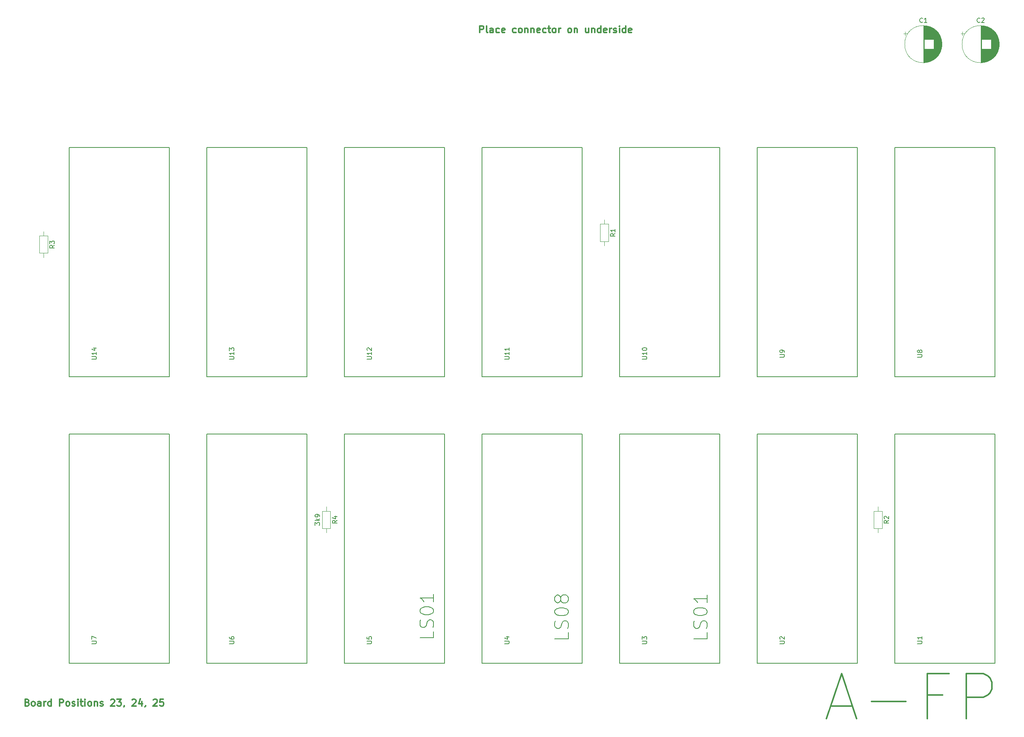
<source format=gbr>
G04 #@! TF.GenerationSoftware,KiCad,Pcbnew,(5.0.0)*
G04 #@! TF.CreationDate,2019-11-22T19:44:57+00:00*
G04 #@! TF.ProjectId,A-FP,412D46502E6B696361645F7063620000,rev?*
G04 #@! TF.SameCoordinates,Original*
G04 #@! TF.FileFunction,Legend,Top*
G04 #@! TF.FilePolarity,Positive*
%FSLAX46Y46*%
G04 Gerber Fmt 4.6, Leading zero omitted, Abs format (unit mm)*
G04 Created by KiCad (PCBNEW (5.0.0)) date 11/22/19 19:44:57*
%MOMM*%
%LPD*%
G01*
G04 APERTURE LIST*
%ADD10C,0.300000*%
%ADD11C,0.120000*%
%ADD12C,0.150000*%
G04 APERTURE END LIST*
D10*
X209342857Y-179666666D02*
X214104761Y-179666666D01*
X208390476Y-182523809D02*
X211723809Y-172523809D01*
X215057142Y-182523809D01*
X218390476Y-178714285D02*
X226009523Y-178714285D01*
X234104761Y-177285714D02*
X230771428Y-177285714D01*
X230771428Y-182523809D02*
X230771428Y-172523809D01*
X235533333Y-172523809D01*
X239342857Y-182523809D02*
X239342857Y-172523809D01*
X243152380Y-172523809D01*
X244104761Y-173000000D01*
X244580952Y-173476190D01*
X245057142Y-174428571D01*
X245057142Y-175857142D01*
X244580952Y-176809523D01*
X244104761Y-177285714D01*
X243152380Y-177761904D01*
X239342857Y-177761904D01*
X31378571Y-178892857D02*
X31592857Y-178964285D01*
X31664285Y-179035714D01*
X31735714Y-179178571D01*
X31735714Y-179392857D01*
X31664285Y-179535714D01*
X31592857Y-179607142D01*
X31450000Y-179678571D01*
X30878571Y-179678571D01*
X30878571Y-178178571D01*
X31378571Y-178178571D01*
X31521428Y-178250000D01*
X31592857Y-178321428D01*
X31664285Y-178464285D01*
X31664285Y-178607142D01*
X31592857Y-178750000D01*
X31521428Y-178821428D01*
X31378571Y-178892857D01*
X30878571Y-178892857D01*
X32592857Y-179678571D02*
X32450000Y-179607142D01*
X32378571Y-179535714D01*
X32307142Y-179392857D01*
X32307142Y-178964285D01*
X32378571Y-178821428D01*
X32450000Y-178750000D01*
X32592857Y-178678571D01*
X32807142Y-178678571D01*
X32950000Y-178750000D01*
X33021428Y-178821428D01*
X33092857Y-178964285D01*
X33092857Y-179392857D01*
X33021428Y-179535714D01*
X32950000Y-179607142D01*
X32807142Y-179678571D01*
X32592857Y-179678571D01*
X34378571Y-179678571D02*
X34378571Y-178892857D01*
X34307142Y-178750000D01*
X34164285Y-178678571D01*
X33878571Y-178678571D01*
X33735714Y-178750000D01*
X34378571Y-179607142D02*
X34235714Y-179678571D01*
X33878571Y-179678571D01*
X33735714Y-179607142D01*
X33664285Y-179464285D01*
X33664285Y-179321428D01*
X33735714Y-179178571D01*
X33878571Y-179107142D01*
X34235714Y-179107142D01*
X34378571Y-179035714D01*
X35092857Y-179678571D02*
X35092857Y-178678571D01*
X35092857Y-178964285D02*
X35164285Y-178821428D01*
X35235714Y-178750000D01*
X35378571Y-178678571D01*
X35521428Y-178678571D01*
X36664285Y-179678571D02*
X36664285Y-178178571D01*
X36664285Y-179607142D02*
X36521428Y-179678571D01*
X36235714Y-179678571D01*
X36092857Y-179607142D01*
X36021428Y-179535714D01*
X35950000Y-179392857D01*
X35950000Y-178964285D01*
X36021428Y-178821428D01*
X36092857Y-178750000D01*
X36235714Y-178678571D01*
X36521428Y-178678571D01*
X36664285Y-178750000D01*
X38521428Y-179678571D02*
X38521428Y-178178571D01*
X39092857Y-178178571D01*
X39235714Y-178250000D01*
X39307142Y-178321428D01*
X39378571Y-178464285D01*
X39378571Y-178678571D01*
X39307142Y-178821428D01*
X39235714Y-178892857D01*
X39092857Y-178964285D01*
X38521428Y-178964285D01*
X40235714Y-179678571D02*
X40092857Y-179607142D01*
X40021428Y-179535714D01*
X39950000Y-179392857D01*
X39950000Y-178964285D01*
X40021428Y-178821428D01*
X40092857Y-178750000D01*
X40235714Y-178678571D01*
X40450000Y-178678571D01*
X40592857Y-178750000D01*
X40664285Y-178821428D01*
X40735714Y-178964285D01*
X40735714Y-179392857D01*
X40664285Y-179535714D01*
X40592857Y-179607142D01*
X40450000Y-179678571D01*
X40235714Y-179678571D01*
X41307142Y-179607142D02*
X41450000Y-179678571D01*
X41735714Y-179678571D01*
X41878571Y-179607142D01*
X41950000Y-179464285D01*
X41950000Y-179392857D01*
X41878571Y-179250000D01*
X41735714Y-179178571D01*
X41521428Y-179178571D01*
X41378571Y-179107142D01*
X41307142Y-178964285D01*
X41307142Y-178892857D01*
X41378571Y-178750000D01*
X41521428Y-178678571D01*
X41735714Y-178678571D01*
X41878571Y-178750000D01*
X42592857Y-179678571D02*
X42592857Y-178678571D01*
X42592857Y-178178571D02*
X42521428Y-178250000D01*
X42592857Y-178321428D01*
X42664285Y-178250000D01*
X42592857Y-178178571D01*
X42592857Y-178321428D01*
X43092857Y-178678571D02*
X43664285Y-178678571D01*
X43307142Y-178178571D02*
X43307142Y-179464285D01*
X43378571Y-179607142D01*
X43521428Y-179678571D01*
X43664285Y-179678571D01*
X44164285Y-179678571D02*
X44164285Y-178678571D01*
X44164285Y-178178571D02*
X44092857Y-178250000D01*
X44164285Y-178321428D01*
X44235714Y-178250000D01*
X44164285Y-178178571D01*
X44164285Y-178321428D01*
X45092857Y-179678571D02*
X44950000Y-179607142D01*
X44878571Y-179535714D01*
X44807142Y-179392857D01*
X44807142Y-178964285D01*
X44878571Y-178821428D01*
X44950000Y-178750000D01*
X45092857Y-178678571D01*
X45307142Y-178678571D01*
X45450000Y-178750000D01*
X45521428Y-178821428D01*
X45592857Y-178964285D01*
X45592857Y-179392857D01*
X45521428Y-179535714D01*
X45450000Y-179607142D01*
X45307142Y-179678571D01*
X45092857Y-179678571D01*
X46235714Y-178678571D02*
X46235714Y-179678571D01*
X46235714Y-178821428D02*
X46307142Y-178750000D01*
X46450000Y-178678571D01*
X46664285Y-178678571D01*
X46807142Y-178750000D01*
X46878571Y-178892857D01*
X46878571Y-179678571D01*
X47521428Y-179607142D02*
X47664285Y-179678571D01*
X47950000Y-179678571D01*
X48092857Y-179607142D01*
X48164285Y-179464285D01*
X48164285Y-179392857D01*
X48092857Y-179250000D01*
X47950000Y-179178571D01*
X47735714Y-179178571D01*
X47592857Y-179107142D01*
X47521428Y-178964285D01*
X47521428Y-178892857D01*
X47592857Y-178750000D01*
X47735714Y-178678571D01*
X47950000Y-178678571D01*
X48092857Y-178750000D01*
X49878571Y-178321428D02*
X49950000Y-178250000D01*
X50092857Y-178178571D01*
X50450000Y-178178571D01*
X50592857Y-178250000D01*
X50664285Y-178321428D01*
X50735714Y-178464285D01*
X50735714Y-178607142D01*
X50664285Y-178821428D01*
X49807142Y-179678571D01*
X50735714Y-179678571D01*
X51235714Y-178178571D02*
X52164285Y-178178571D01*
X51664285Y-178750000D01*
X51878571Y-178750000D01*
X52021428Y-178821428D01*
X52092857Y-178892857D01*
X52164285Y-179035714D01*
X52164285Y-179392857D01*
X52092857Y-179535714D01*
X52021428Y-179607142D01*
X51878571Y-179678571D01*
X51450000Y-179678571D01*
X51307142Y-179607142D01*
X51235714Y-179535714D01*
X52878571Y-179607142D02*
X52878571Y-179678571D01*
X52807142Y-179821428D01*
X52735714Y-179892857D01*
X54592857Y-178321428D02*
X54664285Y-178250000D01*
X54807142Y-178178571D01*
X55164285Y-178178571D01*
X55307142Y-178250000D01*
X55378571Y-178321428D01*
X55449999Y-178464285D01*
X55449999Y-178607142D01*
X55378571Y-178821428D01*
X54521428Y-179678571D01*
X55449999Y-179678571D01*
X56735714Y-178678571D02*
X56735714Y-179678571D01*
X56378571Y-178107142D02*
X56021428Y-179178571D01*
X56949999Y-179178571D01*
X57592857Y-179607142D02*
X57592857Y-179678571D01*
X57521428Y-179821428D01*
X57450000Y-179892857D01*
X59307142Y-178321428D02*
X59378571Y-178250000D01*
X59521428Y-178178571D01*
X59878571Y-178178571D01*
X60021428Y-178250000D01*
X60092857Y-178321428D01*
X60164285Y-178464285D01*
X60164285Y-178607142D01*
X60092857Y-178821428D01*
X59235714Y-179678571D01*
X60164285Y-179678571D01*
X61521428Y-178178571D02*
X60807142Y-178178571D01*
X60735714Y-178892857D01*
X60807142Y-178821428D01*
X60949999Y-178750000D01*
X61307142Y-178750000D01*
X61449999Y-178821428D01*
X61521428Y-178892857D01*
X61592857Y-179035714D01*
X61592857Y-179392857D01*
X61521428Y-179535714D01*
X61449999Y-179607142D01*
X61307142Y-179678571D01*
X60949999Y-179678571D01*
X60807142Y-179607142D01*
X60735714Y-179535714D01*
X131614285Y-30478571D02*
X131614285Y-28978571D01*
X132185714Y-28978571D01*
X132328571Y-29050000D01*
X132400000Y-29121428D01*
X132471428Y-29264285D01*
X132471428Y-29478571D01*
X132400000Y-29621428D01*
X132328571Y-29692857D01*
X132185714Y-29764285D01*
X131614285Y-29764285D01*
X133328571Y-30478571D02*
X133185714Y-30407142D01*
X133114285Y-30264285D01*
X133114285Y-28978571D01*
X134542857Y-30478571D02*
X134542857Y-29692857D01*
X134471428Y-29550000D01*
X134328571Y-29478571D01*
X134042857Y-29478571D01*
X133900000Y-29550000D01*
X134542857Y-30407142D02*
X134400000Y-30478571D01*
X134042857Y-30478571D01*
X133900000Y-30407142D01*
X133828571Y-30264285D01*
X133828571Y-30121428D01*
X133900000Y-29978571D01*
X134042857Y-29907142D01*
X134400000Y-29907142D01*
X134542857Y-29835714D01*
X135900000Y-30407142D02*
X135757142Y-30478571D01*
X135471428Y-30478571D01*
X135328571Y-30407142D01*
X135257142Y-30335714D01*
X135185714Y-30192857D01*
X135185714Y-29764285D01*
X135257142Y-29621428D01*
X135328571Y-29550000D01*
X135471428Y-29478571D01*
X135757142Y-29478571D01*
X135900000Y-29550000D01*
X137114285Y-30407142D02*
X136971428Y-30478571D01*
X136685714Y-30478571D01*
X136542857Y-30407142D01*
X136471428Y-30264285D01*
X136471428Y-29692857D01*
X136542857Y-29550000D01*
X136685714Y-29478571D01*
X136971428Y-29478571D01*
X137114285Y-29550000D01*
X137185714Y-29692857D01*
X137185714Y-29835714D01*
X136471428Y-29978571D01*
X139614285Y-30407142D02*
X139471428Y-30478571D01*
X139185714Y-30478571D01*
X139042857Y-30407142D01*
X138971428Y-30335714D01*
X138900000Y-30192857D01*
X138900000Y-29764285D01*
X138971428Y-29621428D01*
X139042857Y-29550000D01*
X139185714Y-29478571D01*
X139471428Y-29478571D01*
X139614285Y-29550000D01*
X140471428Y-30478571D02*
X140328571Y-30407142D01*
X140257142Y-30335714D01*
X140185714Y-30192857D01*
X140185714Y-29764285D01*
X140257142Y-29621428D01*
X140328571Y-29550000D01*
X140471428Y-29478571D01*
X140685714Y-29478571D01*
X140828571Y-29550000D01*
X140900000Y-29621428D01*
X140971428Y-29764285D01*
X140971428Y-30192857D01*
X140900000Y-30335714D01*
X140828571Y-30407142D01*
X140685714Y-30478571D01*
X140471428Y-30478571D01*
X141614285Y-29478571D02*
X141614285Y-30478571D01*
X141614285Y-29621428D02*
X141685714Y-29550000D01*
X141828571Y-29478571D01*
X142042857Y-29478571D01*
X142185714Y-29550000D01*
X142257142Y-29692857D01*
X142257142Y-30478571D01*
X142971428Y-29478571D02*
X142971428Y-30478571D01*
X142971428Y-29621428D02*
X143042857Y-29550000D01*
X143185714Y-29478571D01*
X143400000Y-29478571D01*
X143542857Y-29550000D01*
X143614285Y-29692857D01*
X143614285Y-30478571D01*
X144900000Y-30407142D02*
X144757142Y-30478571D01*
X144471428Y-30478571D01*
X144328571Y-30407142D01*
X144257142Y-30264285D01*
X144257142Y-29692857D01*
X144328571Y-29550000D01*
X144471428Y-29478571D01*
X144757142Y-29478571D01*
X144900000Y-29550000D01*
X144971428Y-29692857D01*
X144971428Y-29835714D01*
X144257142Y-29978571D01*
X146257142Y-30407142D02*
X146114285Y-30478571D01*
X145828571Y-30478571D01*
X145685714Y-30407142D01*
X145614285Y-30335714D01*
X145542857Y-30192857D01*
X145542857Y-29764285D01*
X145614285Y-29621428D01*
X145685714Y-29550000D01*
X145828571Y-29478571D01*
X146114285Y-29478571D01*
X146257142Y-29550000D01*
X146685714Y-29478571D02*
X147257142Y-29478571D01*
X146900000Y-28978571D02*
X146900000Y-30264285D01*
X146971428Y-30407142D01*
X147114285Y-30478571D01*
X147257142Y-30478571D01*
X147971428Y-30478571D02*
X147828571Y-30407142D01*
X147757142Y-30335714D01*
X147685714Y-30192857D01*
X147685714Y-29764285D01*
X147757142Y-29621428D01*
X147828571Y-29550000D01*
X147971428Y-29478571D01*
X148185714Y-29478571D01*
X148328571Y-29550000D01*
X148400000Y-29621428D01*
X148471428Y-29764285D01*
X148471428Y-30192857D01*
X148400000Y-30335714D01*
X148328571Y-30407142D01*
X148185714Y-30478571D01*
X147971428Y-30478571D01*
X149114285Y-30478571D02*
X149114285Y-29478571D01*
X149114285Y-29764285D02*
X149185714Y-29621428D01*
X149257142Y-29550000D01*
X149400000Y-29478571D01*
X149542857Y-29478571D01*
X151400000Y-30478571D02*
X151257142Y-30407142D01*
X151185714Y-30335714D01*
X151114285Y-30192857D01*
X151114285Y-29764285D01*
X151185714Y-29621428D01*
X151257142Y-29550000D01*
X151400000Y-29478571D01*
X151614285Y-29478571D01*
X151757142Y-29550000D01*
X151828571Y-29621428D01*
X151900000Y-29764285D01*
X151900000Y-30192857D01*
X151828571Y-30335714D01*
X151757142Y-30407142D01*
X151614285Y-30478571D01*
X151400000Y-30478571D01*
X152542857Y-29478571D02*
X152542857Y-30478571D01*
X152542857Y-29621428D02*
X152614285Y-29550000D01*
X152757142Y-29478571D01*
X152971428Y-29478571D01*
X153114285Y-29550000D01*
X153185714Y-29692857D01*
X153185714Y-30478571D01*
X155685714Y-29478571D02*
X155685714Y-30478571D01*
X155042857Y-29478571D02*
X155042857Y-30264285D01*
X155114285Y-30407142D01*
X155257142Y-30478571D01*
X155471428Y-30478571D01*
X155614285Y-30407142D01*
X155685714Y-30335714D01*
X156400000Y-29478571D02*
X156400000Y-30478571D01*
X156400000Y-29621428D02*
X156471428Y-29550000D01*
X156614285Y-29478571D01*
X156828571Y-29478571D01*
X156971428Y-29550000D01*
X157042857Y-29692857D01*
X157042857Y-30478571D01*
X158400000Y-30478571D02*
X158400000Y-28978571D01*
X158400000Y-30407142D02*
X158257142Y-30478571D01*
X157971428Y-30478571D01*
X157828571Y-30407142D01*
X157757142Y-30335714D01*
X157685714Y-30192857D01*
X157685714Y-29764285D01*
X157757142Y-29621428D01*
X157828571Y-29550000D01*
X157971428Y-29478571D01*
X158257142Y-29478571D01*
X158400000Y-29550000D01*
X159685714Y-30407142D02*
X159542857Y-30478571D01*
X159257142Y-30478571D01*
X159114285Y-30407142D01*
X159042857Y-30264285D01*
X159042857Y-29692857D01*
X159114285Y-29550000D01*
X159257142Y-29478571D01*
X159542857Y-29478571D01*
X159685714Y-29550000D01*
X159757142Y-29692857D01*
X159757142Y-29835714D01*
X159042857Y-29978571D01*
X160400000Y-30478571D02*
X160400000Y-29478571D01*
X160400000Y-29764285D02*
X160471428Y-29621428D01*
X160542857Y-29550000D01*
X160685714Y-29478571D01*
X160828571Y-29478571D01*
X161257142Y-30407142D02*
X161400000Y-30478571D01*
X161685714Y-30478571D01*
X161828571Y-30407142D01*
X161900000Y-30264285D01*
X161900000Y-30192857D01*
X161828571Y-30050000D01*
X161685714Y-29978571D01*
X161471428Y-29978571D01*
X161328571Y-29907142D01*
X161257142Y-29764285D01*
X161257142Y-29692857D01*
X161328571Y-29550000D01*
X161471428Y-29478571D01*
X161685714Y-29478571D01*
X161828571Y-29550000D01*
X162542857Y-30478571D02*
X162542857Y-29478571D01*
X162542857Y-28978571D02*
X162471428Y-29050000D01*
X162542857Y-29121428D01*
X162614285Y-29050000D01*
X162542857Y-28978571D01*
X162542857Y-29121428D01*
X163900000Y-30478571D02*
X163900000Y-28978571D01*
X163900000Y-30407142D02*
X163757142Y-30478571D01*
X163471428Y-30478571D01*
X163328571Y-30407142D01*
X163257142Y-30335714D01*
X163185714Y-30192857D01*
X163185714Y-29764285D01*
X163257142Y-29621428D01*
X163328571Y-29550000D01*
X163471428Y-29478571D01*
X163757142Y-29478571D01*
X163900000Y-29550000D01*
X165185714Y-30407142D02*
X165042857Y-30478571D01*
X164757142Y-30478571D01*
X164614285Y-30407142D01*
X164542857Y-30264285D01*
X164542857Y-29692857D01*
X164614285Y-29550000D01*
X164757142Y-29478571D01*
X165042857Y-29478571D01*
X165185714Y-29550000D01*
X165257142Y-29692857D01*
X165257142Y-29835714D01*
X164542857Y-29978571D01*
D11*
G04 #@! TO.C,C1*
X233970000Y-33020000D02*
G75*
G03X233970000Y-33020000I-4120000J0D01*
G01*
X229850000Y-28940000D02*
X229850000Y-37100000D01*
X229890000Y-28940000D02*
X229890000Y-37100000D01*
X229930000Y-28940000D02*
X229930000Y-37100000D01*
X229970000Y-28941000D02*
X229970000Y-37099000D01*
X230010000Y-28943000D02*
X230010000Y-37097000D01*
X230050000Y-28944000D02*
X230050000Y-37096000D01*
X230090000Y-28946000D02*
X230090000Y-31980000D01*
X230090000Y-34060000D02*
X230090000Y-37094000D01*
X230130000Y-28949000D02*
X230130000Y-31980000D01*
X230130000Y-34060000D02*
X230130000Y-37091000D01*
X230170000Y-28952000D02*
X230170000Y-31980000D01*
X230170000Y-34060000D02*
X230170000Y-37088000D01*
X230210000Y-28955000D02*
X230210000Y-31980000D01*
X230210000Y-34060000D02*
X230210000Y-37085000D01*
X230250000Y-28959000D02*
X230250000Y-31980000D01*
X230250000Y-34060000D02*
X230250000Y-37081000D01*
X230290000Y-28963000D02*
X230290000Y-31980000D01*
X230290000Y-34060000D02*
X230290000Y-37077000D01*
X230330000Y-28968000D02*
X230330000Y-31980000D01*
X230330000Y-34060000D02*
X230330000Y-37072000D01*
X230370000Y-28972000D02*
X230370000Y-31980000D01*
X230370000Y-34060000D02*
X230370000Y-37068000D01*
X230410000Y-28978000D02*
X230410000Y-31980000D01*
X230410000Y-34060000D02*
X230410000Y-37062000D01*
X230450000Y-28983000D02*
X230450000Y-31980000D01*
X230450000Y-34060000D02*
X230450000Y-37057000D01*
X230490000Y-28990000D02*
X230490000Y-31980000D01*
X230490000Y-34060000D02*
X230490000Y-37050000D01*
X230530000Y-28996000D02*
X230530000Y-31980000D01*
X230530000Y-34060000D02*
X230530000Y-37044000D01*
X230571000Y-29003000D02*
X230571000Y-31980000D01*
X230571000Y-34060000D02*
X230571000Y-37037000D01*
X230611000Y-29010000D02*
X230611000Y-31980000D01*
X230611000Y-34060000D02*
X230611000Y-37030000D01*
X230651000Y-29018000D02*
X230651000Y-31980000D01*
X230651000Y-34060000D02*
X230651000Y-37022000D01*
X230691000Y-29026000D02*
X230691000Y-31980000D01*
X230691000Y-34060000D02*
X230691000Y-37014000D01*
X230731000Y-29035000D02*
X230731000Y-31980000D01*
X230731000Y-34060000D02*
X230731000Y-37005000D01*
X230771000Y-29044000D02*
X230771000Y-31980000D01*
X230771000Y-34060000D02*
X230771000Y-36996000D01*
X230811000Y-29053000D02*
X230811000Y-31980000D01*
X230811000Y-34060000D02*
X230811000Y-36987000D01*
X230851000Y-29063000D02*
X230851000Y-31980000D01*
X230851000Y-34060000D02*
X230851000Y-36977000D01*
X230891000Y-29073000D02*
X230891000Y-31980000D01*
X230891000Y-34060000D02*
X230891000Y-36967000D01*
X230931000Y-29084000D02*
X230931000Y-31980000D01*
X230931000Y-34060000D02*
X230931000Y-36956000D01*
X230971000Y-29095000D02*
X230971000Y-31980000D01*
X230971000Y-34060000D02*
X230971000Y-36945000D01*
X231011000Y-29106000D02*
X231011000Y-31980000D01*
X231011000Y-34060000D02*
X231011000Y-36934000D01*
X231051000Y-29118000D02*
X231051000Y-31980000D01*
X231051000Y-34060000D02*
X231051000Y-36922000D01*
X231091000Y-29131000D02*
X231091000Y-31980000D01*
X231091000Y-34060000D02*
X231091000Y-36909000D01*
X231131000Y-29143000D02*
X231131000Y-31980000D01*
X231131000Y-34060000D02*
X231131000Y-36897000D01*
X231171000Y-29157000D02*
X231171000Y-31980000D01*
X231171000Y-34060000D02*
X231171000Y-36883000D01*
X231211000Y-29170000D02*
X231211000Y-31980000D01*
X231211000Y-34060000D02*
X231211000Y-36870000D01*
X231251000Y-29185000D02*
X231251000Y-31980000D01*
X231251000Y-34060000D02*
X231251000Y-36855000D01*
X231291000Y-29199000D02*
X231291000Y-31980000D01*
X231291000Y-34060000D02*
X231291000Y-36841000D01*
X231331000Y-29215000D02*
X231331000Y-31980000D01*
X231331000Y-34060000D02*
X231331000Y-36825000D01*
X231371000Y-29230000D02*
X231371000Y-31980000D01*
X231371000Y-34060000D02*
X231371000Y-36810000D01*
X231411000Y-29246000D02*
X231411000Y-31980000D01*
X231411000Y-34060000D02*
X231411000Y-36794000D01*
X231451000Y-29263000D02*
X231451000Y-31980000D01*
X231451000Y-34060000D02*
X231451000Y-36777000D01*
X231491000Y-29280000D02*
X231491000Y-31980000D01*
X231491000Y-34060000D02*
X231491000Y-36760000D01*
X231531000Y-29298000D02*
X231531000Y-31980000D01*
X231531000Y-34060000D02*
X231531000Y-36742000D01*
X231571000Y-29316000D02*
X231571000Y-31980000D01*
X231571000Y-34060000D02*
X231571000Y-36724000D01*
X231611000Y-29334000D02*
X231611000Y-31980000D01*
X231611000Y-34060000D02*
X231611000Y-36706000D01*
X231651000Y-29354000D02*
X231651000Y-31980000D01*
X231651000Y-34060000D02*
X231651000Y-36686000D01*
X231691000Y-29373000D02*
X231691000Y-31980000D01*
X231691000Y-34060000D02*
X231691000Y-36667000D01*
X231731000Y-29393000D02*
X231731000Y-31980000D01*
X231731000Y-34060000D02*
X231731000Y-36647000D01*
X231771000Y-29414000D02*
X231771000Y-31980000D01*
X231771000Y-34060000D02*
X231771000Y-36626000D01*
X231811000Y-29436000D02*
X231811000Y-31980000D01*
X231811000Y-34060000D02*
X231811000Y-36604000D01*
X231851000Y-29458000D02*
X231851000Y-31980000D01*
X231851000Y-34060000D02*
X231851000Y-36582000D01*
X231891000Y-29480000D02*
X231891000Y-31980000D01*
X231891000Y-34060000D02*
X231891000Y-36560000D01*
X231931000Y-29503000D02*
X231931000Y-31980000D01*
X231931000Y-34060000D02*
X231931000Y-36537000D01*
X231971000Y-29527000D02*
X231971000Y-31980000D01*
X231971000Y-34060000D02*
X231971000Y-36513000D01*
X232011000Y-29551000D02*
X232011000Y-31980000D01*
X232011000Y-34060000D02*
X232011000Y-36489000D01*
X232051000Y-29576000D02*
X232051000Y-31980000D01*
X232051000Y-34060000D02*
X232051000Y-36464000D01*
X232091000Y-29602000D02*
X232091000Y-31980000D01*
X232091000Y-34060000D02*
X232091000Y-36438000D01*
X232131000Y-29628000D02*
X232131000Y-31980000D01*
X232131000Y-34060000D02*
X232131000Y-36412000D01*
X232171000Y-29655000D02*
X232171000Y-36385000D01*
X232211000Y-29682000D02*
X232211000Y-36358000D01*
X232251000Y-29711000D02*
X232251000Y-36329000D01*
X232291000Y-29740000D02*
X232291000Y-36300000D01*
X232331000Y-29770000D02*
X232331000Y-36270000D01*
X232371000Y-29800000D02*
X232371000Y-36240000D01*
X232411000Y-29831000D02*
X232411000Y-36209000D01*
X232451000Y-29864000D02*
X232451000Y-36176000D01*
X232491000Y-29896000D02*
X232491000Y-36144000D01*
X232531000Y-29930000D02*
X232531000Y-36110000D01*
X232571000Y-29965000D02*
X232571000Y-36075000D01*
X232611000Y-30001000D02*
X232611000Y-36039000D01*
X232651000Y-30037000D02*
X232651000Y-36003000D01*
X232691000Y-30075000D02*
X232691000Y-35965000D01*
X232731000Y-30113000D02*
X232731000Y-35927000D01*
X232771000Y-30153000D02*
X232771000Y-35887000D01*
X232811000Y-30194000D02*
X232811000Y-35846000D01*
X232851000Y-30236000D02*
X232851000Y-35804000D01*
X232891000Y-30279000D02*
X232891000Y-35761000D01*
X232931000Y-30323000D02*
X232931000Y-35717000D01*
X232971000Y-30369000D02*
X232971000Y-35671000D01*
X233011000Y-30416000D02*
X233011000Y-35624000D01*
X233051000Y-30464000D02*
X233051000Y-35576000D01*
X233091000Y-30515000D02*
X233091000Y-35525000D01*
X233131000Y-30566000D02*
X233131000Y-35474000D01*
X233171000Y-30620000D02*
X233171000Y-35420000D01*
X233211000Y-30675000D02*
X233211000Y-35365000D01*
X233251000Y-30733000D02*
X233251000Y-35307000D01*
X233291000Y-30792000D02*
X233291000Y-35248000D01*
X233331000Y-30854000D02*
X233331000Y-35186000D01*
X233371000Y-30918000D02*
X233371000Y-35122000D01*
X233411000Y-30986000D02*
X233411000Y-35054000D01*
X233451000Y-31056000D02*
X233451000Y-34984000D01*
X233491000Y-31130000D02*
X233491000Y-34910000D01*
X233531000Y-31207000D02*
X233531000Y-34833000D01*
X233571000Y-31289000D02*
X233571000Y-34751000D01*
X233611000Y-31375000D02*
X233611000Y-34665000D01*
X233651000Y-31468000D02*
X233651000Y-34572000D01*
X233691000Y-31567000D02*
X233691000Y-34473000D01*
X233731000Y-31674000D02*
X233731000Y-34366000D01*
X233771000Y-31791000D02*
X233771000Y-34249000D01*
X233811000Y-31922000D02*
X233811000Y-34118000D01*
X233851000Y-32072000D02*
X233851000Y-33968000D01*
X233891000Y-32252000D02*
X233891000Y-33788000D01*
X233931000Y-32487000D02*
X233931000Y-33553000D01*
X225440302Y-30705000D02*
X226240302Y-30705000D01*
X225840302Y-30305000D02*
X225840302Y-31105000D01*
G04 #@! TO.C,C2*
X238540302Y-30305000D02*
X238540302Y-31105000D01*
X238140302Y-30705000D02*
X238940302Y-30705000D01*
X246631000Y-32487000D02*
X246631000Y-33553000D01*
X246591000Y-32252000D02*
X246591000Y-33788000D01*
X246551000Y-32072000D02*
X246551000Y-33968000D01*
X246511000Y-31922000D02*
X246511000Y-34118000D01*
X246471000Y-31791000D02*
X246471000Y-34249000D01*
X246431000Y-31674000D02*
X246431000Y-34366000D01*
X246391000Y-31567000D02*
X246391000Y-34473000D01*
X246351000Y-31468000D02*
X246351000Y-34572000D01*
X246311000Y-31375000D02*
X246311000Y-34665000D01*
X246271000Y-31289000D02*
X246271000Y-34751000D01*
X246231000Y-31207000D02*
X246231000Y-34833000D01*
X246191000Y-31130000D02*
X246191000Y-34910000D01*
X246151000Y-31056000D02*
X246151000Y-34984000D01*
X246111000Y-30986000D02*
X246111000Y-35054000D01*
X246071000Y-30918000D02*
X246071000Y-35122000D01*
X246031000Y-30854000D02*
X246031000Y-35186000D01*
X245991000Y-30792000D02*
X245991000Y-35248000D01*
X245951000Y-30733000D02*
X245951000Y-35307000D01*
X245911000Y-30675000D02*
X245911000Y-35365000D01*
X245871000Y-30620000D02*
X245871000Y-35420000D01*
X245831000Y-30566000D02*
X245831000Y-35474000D01*
X245791000Y-30515000D02*
X245791000Y-35525000D01*
X245751000Y-30464000D02*
X245751000Y-35576000D01*
X245711000Y-30416000D02*
X245711000Y-35624000D01*
X245671000Y-30369000D02*
X245671000Y-35671000D01*
X245631000Y-30323000D02*
X245631000Y-35717000D01*
X245591000Y-30279000D02*
X245591000Y-35761000D01*
X245551000Y-30236000D02*
X245551000Y-35804000D01*
X245511000Y-30194000D02*
X245511000Y-35846000D01*
X245471000Y-30153000D02*
X245471000Y-35887000D01*
X245431000Y-30113000D02*
X245431000Y-35927000D01*
X245391000Y-30075000D02*
X245391000Y-35965000D01*
X245351000Y-30037000D02*
X245351000Y-36003000D01*
X245311000Y-30001000D02*
X245311000Y-36039000D01*
X245271000Y-29965000D02*
X245271000Y-36075000D01*
X245231000Y-29930000D02*
X245231000Y-36110000D01*
X245191000Y-29896000D02*
X245191000Y-36144000D01*
X245151000Y-29864000D02*
X245151000Y-36176000D01*
X245111000Y-29831000D02*
X245111000Y-36209000D01*
X245071000Y-29800000D02*
X245071000Y-36240000D01*
X245031000Y-29770000D02*
X245031000Y-36270000D01*
X244991000Y-29740000D02*
X244991000Y-36300000D01*
X244951000Y-29711000D02*
X244951000Y-36329000D01*
X244911000Y-29682000D02*
X244911000Y-36358000D01*
X244871000Y-29655000D02*
X244871000Y-36385000D01*
X244831000Y-34060000D02*
X244831000Y-36412000D01*
X244831000Y-29628000D02*
X244831000Y-31980000D01*
X244791000Y-34060000D02*
X244791000Y-36438000D01*
X244791000Y-29602000D02*
X244791000Y-31980000D01*
X244751000Y-34060000D02*
X244751000Y-36464000D01*
X244751000Y-29576000D02*
X244751000Y-31980000D01*
X244711000Y-34060000D02*
X244711000Y-36489000D01*
X244711000Y-29551000D02*
X244711000Y-31980000D01*
X244671000Y-34060000D02*
X244671000Y-36513000D01*
X244671000Y-29527000D02*
X244671000Y-31980000D01*
X244631000Y-34060000D02*
X244631000Y-36537000D01*
X244631000Y-29503000D02*
X244631000Y-31980000D01*
X244591000Y-34060000D02*
X244591000Y-36560000D01*
X244591000Y-29480000D02*
X244591000Y-31980000D01*
X244551000Y-34060000D02*
X244551000Y-36582000D01*
X244551000Y-29458000D02*
X244551000Y-31980000D01*
X244511000Y-34060000D02*
X244511000Y-36604000D01*
X244511000Y-29436000D02*
X244511000Y-31980000D01*
X244471000Y-34060000D02*
X244471000Y-36626000D01*
X244471000Y-29414000D02*
X244471000Y-31980000D01*
X244431000Y-34060000D02*
X244431000Y-36647000D01*
X244431000Y-29393000D02*
X244431000Y-31980000D01*
X244391000Y-34060000D02*
X244391000Y-36667000D01*
X244391000Y-29373000D02*
X244391000Y-31980000D01*
X244351000Y-34060000D02*
X244351000Y-36686000D01*
X244351000Y-29354000D02*
X244351000Y-31980000D01*
X244311000Y-34060000D02*
X244311000Y-36706000D01*
X244311000Y-29334000D02*
X244311000Y-31980000D01*
X244271000Y-34060000D02*
X244271000Y-36724000D01*
X244271000Y-29316000D02*
X244271000Y-31980000D01*
X244231000Y-34060000D02*
X244231000Y-36742000D01*
X244231000Y-29298000D02*
X244231000Y-31980000D01*
X244191000Y-34060000D02*
X244191000Y-36760000D01*
X244191000Y-29280000D02*
X244191000Y-31980000D01*
X244151000Y-34060000D02*
X244151000Y-36777000D01*
X244151000Y-29263000D02*
X244151000Y-31980000D01*
X244111000Y-34060000D02*
X244111000Y-36794000D01*
X244111000Y-29246000D02*
X244111000Y-31980000D01*
X244071000Y-34060000D02*
X244071000Y-36810000D01*
X244071000Y-29230000D02*
X244071000Y-31980000D01*
X244031000Y-34060000D02*
X244031000Y-36825000D01*
X244031000Y-29215000D02*
X244031000Y-31980000D01*
X243991000Y-34060000D02*
X243991000Y-36841000D01*
X243991000Y-29199000D02*
X243991000Y-31980000D01*
X243951000Y-34060000D02*
X243951000Y-36855000D01*
X243951000Y-29185000D02*
X243951000Y-31980000D01*
X243911000Y-34060000D02*
X243911000Y-36870000D01*
X243911000Y-29170000D02*
X243911000Y-31980000D01*
X243871000Y-34060000D02*
X243871000Y-36883000D01*
X243871000Y-29157000D02*
X243871000Y-31980000D01*
X243831000Y-34060000D02*
X243831000Y-36897000D01*
X243831000Y-29143000D02*
X243831000Y-31980000D01*
X243791000Y-34060000D02*
X243791000Y-36909000D01*
X243791000Y-29131000D02*
X243791000Y-31980000D01*
X243751000Y-34060000D02*
X243751000Y-36922000D01*
X243751000Y-29118000D02*
X243751000Y-31980000D01*
X243711000Y-34060000D02*
X243711000Y-36934000D01*
X243711000Y-29106000D02*
X243711000Y-31980000D01*
X243671000Y-34060000D02*
X243671000Y-36945000D01*
X243671000Y-29095000D02*
X243671000Y-31980000D01*
X243631000Y-34060000D02*
X243631000Y-36956000D01*
X243631000Y-29084000D02*
X243631000Y-31980000D01*
X243591000Y-34060000D02*
X243591000Y-36967000D01*
X243591000Y-29073000D02*
X243591000Y-31980000D01*
X243551000Y-34060000D02*
X243551000Y-36977000D01*
X243551000Y-29063000D02*
X243551000Y-31980000D01*
X243511000Y-34060000D02*
X243511000Y-36987000D01*
X243511000Y-29053000D02*
X243511000Y-31980000D01*
X243471000Y-34060000D02*
X243471000Y-36996000D01*
X243471000Y-29044000D02*
X243471000Y-31980000D01*
X243431000Y-34060000D02*
X243431000Y-37005000D01*
X243431000Y-29035000D02*
X243431000Y-31980000D01*
X243391000Y-34060000D02*
X243391000Y-37014000D01*
X243391000Y-29026000D02*
X243391000Y-31980000D01*
X243351000Y-34060000D02*
X243351000Y-37022000D01*
X243351000Y-29018000D02*
X243351000Y-31980000D01*
X243311000Y-34060000D02*
X243311000Y-37030000D01*
X243311000Y-29010000D02*
X243311000Y-31980000D01*
X243271000Y-34060000D02*
X243271000Y-37037000D01*
X243271000Y-29003000D02*
X243271000Y-31980000D01*
X243230000Y-34060000D02*
X243230000Y-37044000D01*
X243230000Y-28996000D02*
X243230000Y-31980000D01*
X243190000Y-34060000D02*
X243190000Y-37050000D01*
X243190000Y-28990000D02*
X243190000Y-31980000D01*
X243150000Y-34060000D02*
X243150000Y-37057000D01*
X243150000Y-28983000D02*
X243150000Y-31980000D01*
X243110000Y-34060000D02*
X243110000Y-37062000D01*
X243110000Y-28978000D02*
X243110000Y-31980000D01*
X243070000Y-34060000D02*
X243070000Y-37068000D01*
X243070000Y-28972000D02*
X243070000Y-31980000D01*
X243030000Y-34060000D02*
X243030000Y-37072000D01*
X243030000Y-28968000D02*
X243030000Y-31980000D01*
X242990000Y-34060000D02*
X242990000Y-37077000D01*
X242990000Y-28963000D02*
X242990000Y-31980000D01*
X242950000Y-34060000D02*
X242950000Y-37081000D01*
X242950000Y-28959000D02*
X242950000Y-31980000D01*
X242910000Y-34060000D02*
X242910000Y-37085000D01*
X242910000Y-28955000D02*
X242910000Y-31980000D01*
X242870000Y-34060000D02*
X242870000Y-37088000D01*
X242870000Y-28952000D02*
X242870000Y-31980000D01*
X242830000Y-34060000D02*
X242830000Y-37091000D01*
X242830000Y-28949000D02*
X242830000Y-31980000D01*
X242790000Y-34060000D02*
X242790000Y-37094000D01*
X242790000Y-28946000D02*
X242790000Y-31980000D01*
X242750000Y-28944000D02*
X242750000Y-37096000D01*
X242710000Y-28943000D02*
X242710000Y-37097000D01*
X242670000Y-28941000D02*
X242670000Y-37099000D01*
X242630000Y-28940000D02*
X242630000Y-37100000D01*
X242590000Y-28940000D02*
X242590000Y-37100000D01*
X242550000Y-28940000D02*
X242550000Y-37100000D01*
X246670000Y-33020000D02*
G75*
G03X246670000Y-33020000I-4120000J0D01*
G01*
D12*
G04 #@! TO.C,U1*
X223520000Y-170180000D02*
X223520000Y-119380000D01*
X223520000Y-119380000D02*
X245745000Y-119380000D01*
X245745000Y-119380000D02*
X245745000Y-170180000D01*
X245745000Y-170180000D02*
X223520000Y-170180000D01*
G04 #@! TO.C,U3*
X184785000Y-170180000D02*
X162560000Y-170180000D01*
X184785000Y-119380000D02*
X184785000Y-170180000D01*
X162560000Y-119380000D02*
X184785000Y-119380000D01*
X162560000Y-170180000D02*
X162560000Y-119380000D01*
G04 #@! TO.C,U5*
X123825000Y-170180000D02*
X101600000Y-170180000D01*
X123825000Y-119380000D02*
X123825000Y-170180000D01*
X101600000Y-119380000D02*
X123825000Y-119380000D01*
X101600000Y-170180000D02*
X101600000Y-119380000D01*
G04 #@! TO.C,U7*
X62865000Y-170180000D02*
X40640000Y-170180000D01*
X62865000Y-119380000D02*
X62865000Y-170180000D01*
X40640000Y-119380000D02*
X62865000Y-119380000D01*
X40640000Y-170180000D02*
X40640000Y-119380000D01*
G04 #@! TO.C,U8*
X223520000Y-106680000D02*
X223520000Y-55880000D01*
X223520000Y-55880000D02*
X245745000Y-55880000D01*
X245745000Y-55880000D02*
X245745000Y-106680000D01*
X245745000Y-106680000D02*
X223520000Y-106680000D01*
G04 #@! TO.C,U10*
X184785000Y-106680000D02*
X162560000Y-106680000D01*
X184785000Y-55880000D02*
X184785000Y-106680000D01*
X162560000Y-55880000D02*
X184785000Y-55880000D01*
X162560000Y-106680000D02*
X162560000Y-55880000D01*
G04 #@! TO.C,U12*
X101600000Y-106680000D02*
X101600000Y-55880000D01*
X101600000Y-55880000D02*
X123825000Y-55880000D01*
X123825000Y-55880000D02*
X123825000Y-106680000D01*
X123825000Y-106680000D02*
X101600000Y-106680000D01*
G04 #@! TO.C,U14*
X40640000Y-106680000D02*
X40640000Y-55880000D01*
X40640000Y-55880000D02*
X62865000Y-55880000D01*
X62865000Y-55880000D02*
X62865000Y-106680000D01*
X62865000Y-106680000D02*
X40640000Y-106680000D01*
D11*
G04 #@! TO.C,R1*
X160120000Y-72890000D02*
X158280000Y-72890000D01*
X158280000Y-72890000D02*
X158280000Y-76730000D01*
X158280000Y-76730000D02*
X160120000Y-76730000D01*
X160120000Y-76730000D02*
X160120000Y-72890000D01*
X159200000Y-71940000D02*
X159200000Y-72890000D01*
X159200000Y-77680000D02*
X159200000Y-76730000D01*
G04 #@! TO.C,R2*
X219800000Y-141280000D02*
X219800000Y-140330000D01*
X219800000Y-135540000D02*
X219800000Y-136490000D01*
X220720000Y-140330000D02*
X220720000Y-136490000D01*
X218880000Y-140330000D02*
X220720000Y-140330000D01*
X218880000Y-136490000D02*
X218880000Y-140330000D01*
X220720000Y-136490000D02*
X218880000Y-136490000D01*
G04 #@! TO.C,R3*
X35000000Y-80280000D02*
X35000000Y-79330000D01*
X35000000Y-74540000D02*
X35000000Y-75490000D01*
X35920000Y-79330000D02*
X35920000Y-75490000D01*
X34080000Y-79330000D02*
X35920000Y-79330000D01*
X34080000Y-75490000D02*
X34080000Y-79330000D01*
X35920000Y-75490000D02*
X34080000Y-75490000D01*
G04 #@! TO.C,R4*
X98520000Y-136490000D02*
X96680000Y-136490000D01*
X96680000Y-136490000D02*
X96680000Y-140330000D01*
X96680000Y-140330000D02*
X98520000Y-140330000D01*
X98520000Y-140330000D02*
X98520000Y-136490000D01*
X97600000Y-135540000D02*
X97600000Y-136490000D01*
X97600000Y-141280000D02*
X97600000Y-140330000D01*
D12*
G04 #@! TO.C,U2*
X215265000Y-170180000D02*
X193040000Y-170180000D01*
X215265000Y-119380000D02*
X215265000Y-170180000D01*
X193040000Y-119380000D02*
X215265000Y-119380000D01*
X193040000Y-170180000D02*
X193040000Y-119380000D01*
G04 #@! TO.C,U6*
X93345000Y-170180000D02*
X71120000Y-170180000D01*
X93345000Y-119380000D02*
X93345000Y-170180000D01*
X71120000Y-119380000D02*
X93345000Y-119380000D01*
X71120000Y-170180000D02*
X71120000Y-119380000D01*
G04 #@! TO.C,U9*
X193040000Y-106680000D02*
X193040000Y-55880000D01*
X193040000Y-55880000D02*
X215265000Y-55880000D01*
X215265000Y-55880000D02*
X215265000Y-106680000D01*
X215265000Y-106680000D02*
X193040000Y-106680000D01*
G04 #@! TO.C,U11*
X132080000Y-106680000D02*
X132080000Y-55880000D01*
X132080000Y-55880000D02*
X154305000Y-55880000D01*
X154305000Y-55880000D02*
X154305000Y-106680000D01*
X154305000Y-106680000D02*
X132080000Y-106680000D01*
G04 #@! TO.C,U13*
X71120000Y-106680000D02*
X71120000Y-55880000D01*
X71120000Y-55880000D02*
X93345000Y-55880000D01*
X93345000Y-55880000D02*
X93345000Y-106680000D01*
X93345000Y-106680000D02*
X71120000Y-106680000D01*
G04 #@! TO.C,U4*
X132080000Y-170180000D02*
X132080000Y-119380000D01*
X132080000Y-119380000D02*
X154305000Y-119380000D01*
X154305000Y-119380000D02*
X154305000Y-170180000D01*
X154305000Y-170180000D02*
X132080000Y-170180000D01*
G04 #@! TO.C,C1*
X229683333Y-28127142D02*
X229635714Y-28174761D01*
X229492857Y-28222380D01*
X229397619Y-28222380D01*
X229254761Y-28174761D01*
X229159523Y-28079523D01*
X229111904Y-27984285D01*
X229064285Y-27793809D01*
X229064285Y-27650952D01*
X229111904Y-27460476D01*
X229159523Y-27365238D01*
X229254761Y-27270000D01*
X229397619Y-27222380D01*
X229492857Y-27222380D01*
X229635714Y-27270000D01*
X229683333Y-27317619D01*
X230635714Y-28222380D02*
X230064285Y-28222380D01*
X230350000Y-28222380D02*
X230350000Y-27222380D01*
X230254761Y-27365238D01*
X230159523Y-27460476D01*
X230064285Y-27508095D01*
G04 #@! TO.C,C2*
X242383333Y-28127142D02*
X242335714Y-28174761D01*
X242192857Y-28222380D01*
X242097619Y-28222380D01*
X241954761Y-28174761D01*
X241859523Y-28079523D01*
X241811904Y-27984285D01*
X241764285Y-27793809D01*
X241764285Y-27650952D01*
X241811904Y-27460476D01*
X241859523Y-27365238D01*
X241954761Y-27270000D01*
X242097619Y-27222380D01*
X242192857Y-27222380D01*
X242335714Y-27270000D01*
X242383333Y-27317619D01*
X242764285Y-27317619D02*
X242811904Y-27270000D01*
X242907142Y-27222380D01*
X243145238Y-27222380D01*
X243240476Y-27270000D01*
X243288095Y-27317619D01*
X243335714Y-27412857D01*
X243335714Y-27508095D01*
X243288095Y-27650952D01*
X242716666Y-28222380D01*
X243335714Y-28222380D01*
G04 #@! TO.C,U1*
X228552380Y-165861904D02*
X229361904Y-165861904D01*
X229457142Y-165814285D01*
X229504761Y-165766666D01*
X229552380Y-165671428D01*
X229552380Y-165480952D01*
X229504761Y-165385714D01*
X229457142Y-165338095D01*
X229361904Y-165290476D01*
X228552380Y-165290476D01*
X229552380Y-164290476D02*
X229552380Y-164861904D01*
X229552380Y-164576190D02*
X228552380Y-164576190D01*
X228695238Y-164671428D01*
X228790476Y-164766666D01*
X228838095Y-164861904D01*
G04 #@! TO.C,U3*
X167592380Y-165861904D02*
X168401904Y-165861904D01*
X168497142Y-165814285D01*
X168544761Y-165766666D01*
X168592380Y-165671428D01*
X168592380Y-165480952D01*
X168544761Y-165385714D01*
X168497142Y-165338095D01*
X168401904Y-165290476D01*
X167592380Y-165290476D01*
X167592380Y-164909523D02*
X167592380Y-164290476D01*
X167973333Y-164623809D01*
X167973333Y-164480952D01*
X168020952Y-164385714D01*
X168068571Y-164338095D01*
X168163809Y-164290476D01*
X168401904Y-164290476D01*
X168497142Y-164338095D01*
X168544761Y-164385714D01*
X168592380Y-164480952D01*
X168592380Y-164766666D01*
X168544761Y-164861904D01*
X168497142Y-164909523D01*
X181957142Y-163357142D02*
X181957142Y-164785714D01*
X178957142Y-164785714D01*
X181814285Y-162500000D02*
X181957142Y-162071428D01*
X181957142Y-161357142D01*
X181814285Y-161071428D01*
X181671428Y-160928571D01*
X181385714Y-160785714D01*
X181100000Y-160785714D01*
X180814285Y-160928571D01*
X180671428Y-161071428D01*
X180528571Y-161357142D01*
X180385714Y-161928571D01*
X180242857Y-162214285D01*
X180100000Y-162357142D01*
X179814285Y-162500000D01*
X179528571Y-162500000D01*
X179242857Y-162357142D01*
X179100000Y-162214285D01*
X178957142Y-161928571D01*
X178957142Y-161214285D01*
X179100000Y-160785714D01*
X178957142Y-158928571D02*
X178957142Y-158642857D01*
X179100000Y-158357142D01*
X179242857Y-158214285D01*
X179528571Y-158071428D01*
X180100000Y-157928571D01*
X180814285Y-157928571D01*
X181385714Y-158071428D01*
X181671428Y-158214285D01*
X181814285Y-158357142D01*
X181957142Y-158642857D01*
X181957142Y-158928571D01*
X181814285Y-159214285D01*
X181671428Y-159357142D01*
X181385714Y-159500000D01*
X180814285Y-159642857D01*
X180100000Y-159642857D01*
X179528571Y-159500000D01*
X179242857Y-159357142D01*
X179100000Y-159214285D01*
X178957142Y-158928571D01*
X181957142Y-155071428D02*
X181957142Y-156785714D01*
X181957142Y-155928571D02*
X178957142Y-155928571D01*
X179385714Y-156214285D01*
X179671428Y-156500000D01*
X179814285Y-156785714D01*
G04 #@! TO.C,U5*
X106632380Y-165861904D02*
X107441904Y-165861904D01*
X107537142Y-165814285D01*
X107584761Y-165766666D01*
X107632380Y-165671428D01*
X107632380Y-165480952D01*
X107584761Y-165385714D01*
X107537142Y-165338095D01*
X107441904Y-165290476D01*
X106632380Y-165290476D01*
X106632380Y-164338095D02*
X106632380Y-164814285D01*
X107108571Y-164861904D01*
X107060952Y-164814285D01*
X107013333Y-164719047D01*
X107013333Y-164480952D01*
X107060952Y-164385714D01*
X107108571Y-164338095D01*
X107203809Y-164290476D01*
X107441904Y-164290476D01*
X107537142Y-164338095D01*
X107584761Y-164385714D01*
X107632380Y-164480952D01*
X107632380Y-164719047D01*
X107584761Y-164814285D01*
X107537142Y-164861904D01*
X121357142Y-163157142D02*
X121357142Y-164585714D01*
X118357142Y-164585714D01*
X121214285Y-162300000D02*
X121357142Y-161871428D01*
X121357142Y-161157142D01*
X121214285Y-160871428D01*
X121071428Y-160728571D01*
X120785714Y-160585714D01*
X120500000Y-160585714D01*
X120214285Y-160728571D01*
X120071428Y-160871428D01*
X119928571Y-161157142D01*
X119785714Y-161728571D01*
X119642857Y-162014285D01*
X119500000Y-162157142D01*
X119214285Y-162300000D01*
X118928571Y-162300000D01*
X118642857Y-162157142D01*
X118500000Y-162014285D01*
X118357142Y-161728571D01*
X118357142Y-161014285D01*
X118500000Y-160585714D01*
X118357142Y-158728571D02*
X118357142Y-158442857D01*
X118500000Y-158157142D01*
X118642857Y-158014285D01*
X118928571Y-157871428D01*
X119500000Y-157728571D01*
X120214285Y-157728571D01*
X120785714Y-157871428D01*
X121071428Y-158014285D01*
X121214285Y-158157142D01*
X121357142Y-158442857D01*
X121357142Y-158728571D01*
X121214285Y-159014285D01*
X121071428Y-159157142D01*
X120785714Y-159300000D01*
X120214285Y-159442857D01*
X119500000Y-159442857D01*
X118928571Y-159300000D01*
X118642857Y-159157142D01*
X118500000Y-159014285D01*
X118357142Y-158728571D01*
X121357142Y-154871428D02*
X121357142Y-156585714D01*
X121357142Y-155728571D02*
X118357142Y-155728571D01*
X118785714Y-156014285D01*
X119071428Y-156300000D01*
X119214285Y-156585714D01*
G04 #@! TO.C,U7*
X45672380Y-165861904D02*
X46481904Y-165861904D01*
X46577142Y-165814285D01*
X46624761Y-165766666D01*
X46672380Y-165671428D01*
X46672380Y-165480952D01*
X46624761Y-165385714D01*
X46577142Y-165338095D01*
X46481904Y-165290476D01*
X45672380Y-165290476D01*
X45672380Y-164909523D02*
X45672380Y-164242857D01*
X46672380Y-164671428D01*
G04 #@! TO.C,U8*
X228552380Y-102361904D02*
X229361904Y-102361904D01*
X229457142Y-102314285D01*
X229504761Y-102266666D01*
X229552380Y-102171428D01*
X229552380Y-101980952D01*
X229504761Y-101885714D01*
X229457142Y-101838095D01*
X229361904Y-101790476D01*
X228552380Y-101790476D01*
X228980952Y-101171428D02*
X228933333Y-101266666D01*
X228885714Y-101314285D01*
X228790476Y-101361904D01*
X228742857Y-101361904D01*
X228647619Y-101314285D01*
X228600000Y-101266666D01*
X228552380Y-101171428D01*
X228552380Y-100980952D01*
X228600000Y-100885714D01*
X228647619Y-100838095D01*
X228742857Y-100790476D01*
X228790476Y-100790476D01*
X228885714Y-100838095D01*
X228933333Y-100885714D01*
X228980952Y-100980952D01*
X228980952Y-101171428D01*
X229028571Y-101266666D01*
X229076190Y-101314285D01*
X229171428Y-101361904D01*
X229361904Y-101361904D01*
X229457142Y-101314285D01*
X229504761Y-101266666D01*
X229552380Y-101171428D01*
X229552380Y-100980952D01*
X229504761Y-100885714D01*
X229457142Y-100838095D01*
X229361904Y-100790476D01*
X229171428Y-100790476D01*
X229076190Y-100838095D01*
X229028571Y-100885714D01*
X228980952Y-100980952D01*
G04 #@! TO.C,U10*
X167592380Y-102838095D02*
X168401904Y-102838095D01*
X168497142Y-102790476D01*
X168544761Y-102742857D01*
X168592380Y-102647619D01*
X168592380Y-102457142D01*
X168544761Y-102361904D01*
X168497142Y-102314285D01*
X168401904Y-102266666D01*
X167592380Y-102266666D01*
X168592380Y-101266666D02*
X168592380Y-101838095D01*
X168592380Y-101552380D02*
X167592380Y-101552380D01*
X167735238Y-101647619D01*
X167830476Y-101742857D01*
X167878095Y-101838095D01*
X167592380Y-100647619D02*
X167592380Y-100552380D01*
X167640000Y-100457142D01*
X167687619Y-100409523D01*
X167782857Y-100361904D01*
X167973333Y-100314285D01*
X168211428Y-100314285D01*
X168401904Y-100361904D01*
X168497142Y-100409523D01*
X168544761Y-100457142D01*
X168592380Y-100552380D01*
X168592380Y-100647619D01*
X168544761Y-100742857D01*
X168497142Y-100790476D01*
X168401904Y-100838095D01*
X168211428Y-100885714D01*
X167973333Y-100885714D01*
X167782857Y-100838095D01*
X167687619Y-100790476D01*
X167640000Y-100742857D01*
X167592380Y-100647619D01*
G04 #@! TO.C,U12*
X106632380Y-102838095D02*
X107441904Y-102838095D01*
X107537142Y-102790476D01*
X107584761Y-102742857D01*
X107632380Y-102647619D01*
X107632380Y-102457142D01*
X107584761Y-102361904D01*
X107537142Y-102314285D01*
X107441904Y-102266666D01*
X106632380Y-102266666D01*
X107632380Y-101266666D02*
X107632380Y-101838095D01*
X107632380Y-101552380D02*
X106632380Y-101552380D01*
X106775238Y-101647619D01*
X106870476Y-101742857D01*
X106918095Y-101838095D01*
X106727619Y-100885714D02*
X106680000Y-100838095D01*
X106632380Y-100742857D01*
X106632380Y-100504761D01*
X106680000Y-100409523D01*
X106727619Y-100361904D01*
X106822857Y-100314285D01*
X106918095Y-100314285D01*
X107060952Y-100361904D01*
X107632380Y-100933333D01*
X107632380Y-100314285D01*
G04 #@! TO.C,U14*
X45672380Y-102838095D02*
X46481904Y-102838095D01*
X46577142Y-102790476D01*
X46624761Y-102742857D01*
X46672380Y-102647619D01*
X46672380Y-102457142D01*
X46624761Y-102361904D01*
X46577142Y-102314285D01*
X46481904Y-102266666D01*
X45672380Y-102266666D01*
X46672380Y-101266666D02*
X46672380Y-101838095D01*
X46672380Y-101552380D02*
X45672380Y-101552380D01*
X45815238Y-101647619D01*
X45910476Y-101742857D01*
X45958095Y-101838095D01*
X46005714Y-100409523D02*
X46672380Y-100409523D01*
X45624761Y-100647619D02*
X46339047Y-100885714D01*
X46339047Y-100266666D01*
G04 #@! TO.C,R1*
X161572380Y-74976666D02*
X161096190Y-75310000D01*
X161572380Y-75548095D02*
X160572380Y-75548095D01*
X160572380Y-75167142D01*
X160620000Y-75071904D01*
X160667619Y-75024285D01*
X160762857Y-74976666D01*
X160905714Y-74976666D01*
X161000952Y-75024285D01*
X161048571Y-75071904D01*
X161096190Y-75167142D01*
X161096190Y-75548095D01*
X161572380Y-74024285D02*
X161572380Y-74595714D01*
X161572380Y-74310000D02*
X160572380Y-74310000D01*
X160715238Y-74405238D01*
X160810476Y-74500476D01*
X160858095Y-74595714D01*
G04 #@! TO.C,R2*
X222172380Y-138576666D02*
X221696190Y-138910000D01*
X222172380Y-139148095D02*
X221172380Y-139148095D01*
X221172380Y-138767142D01*
X221220000Y-138671904D01*
X221267619Y-138624285D01*
X221362857Y-138576666D01*
X221505714Y-138576666D01*
X221600952Y-138624285D01*
X221648571Y-138671904D01*
X221696190Y-138767142D01*
X221696190Y-139148095D01*
X221267619Y-138195714D02*
X221220000Y-138148095D01*
X221172380Y-138052857D01*
X221172380Y-137814761D01*
X221220000Y-137719523D01*
X221267619Y-137671904D01*
X221362857Y-137624285D01*
X221458095Y-137624285D01*
X221600952Y-137671904D01*
X222172380Y-138243333D01*
X222172380Y-137624285D01*
G04 #@! TO.C,R3*
X37372380Y-77576666D02*
X36896190Y-77910000D01*
X37372380Y-78148095D02*
X36372380Y-78148095D01*
X36372380Y-77767142D01*
X36420000Y-77671904D01*
X36467619Y-77624285D01*
X36562857Y-77576666D01*
X36705714Y-77576666D01*
X36800952Y-77624285D01*
X36848571Y-77671904D01*
X36896190Y-77767142D01*
X36896190Y-78148095D01*
X36372380Y-77243333D02*
X36372380Y-76624285D01*
X36753333Y-76957619D01*
X36753333Y-76814761D01*
X36800952Y-76719523D01*
X36848571Y-76671904D01*
X36943809Y-76624285D01*
X37181904Y-76624285D01*
X37277142Y-76671904D01*
X37324761Y-76719523D01*
X37372380Y-76814761D01*
X37372380Y-77100476D01*
X37324761Y-77195714D01*
X37277142Y-77243333D01*
G04 #@! TO.C,R4*
X99972380Y-138576666D02*
X99496190Y-138910000D01*
X99972380Y-139148095D02*
X98972380Y-139148095D01*
X98972380Y-138767142D01*
X99020000Y-138671904D01*
X99067619Y-138624285D01*
X99162857Y-138576666D01*
X99305714Y-138576666D01*
X99400952Y-138624285D01*
X99448571Y-138671904D01*
X99496190Y-138767142D01*
X99496190Y-139148095D01*
X99305714Y-137719523D02*
X99972380Y-137719523D01*
X98924761Y-137957619D02*
X99639047Y-138195714D01*
X99639047Y-137576666D01*
X95132380Y-139624285D02*
X95132380Y-139005238D01*
X95513333Y-139338571D01*
X95513333Y-139195714D01*
X95560952Y-139100476D01*
X95608571Y-139052857D01*
X95703809Y-139005238D01*
X95941904Y-139005238D01*
X96037142Y-139052857D01*
X96084761Y-139100476D01*
X96132380Y-139195714D01*
X96132380Y-139481428D01*
X96084761Y-139576666D01*
X96037142Y-139624285D01*
X96132380Y-138576666D02*
X95132380Y-138576666D01*
X95751428Y-138481428D02*
X96132380Y-138195714D01*
X95465714Y-138195714D02*
X95846666Y-138576666D01*
X96132380Y-137719523D02*
X96132380Y-137529047D01*
X96084761Y-137433809D01*
X96037142Y-137386190D01*
X95894285Y-137290952D01*
X95703809Y-137243333D01*
X95322857Y-137243333D01*
X95227619Y-137290952D01*
X95180000Y-137338571D01*
X95132380Y-137433809D01*
X95132380Y-137624285D01*
X95180000Y-137719523D01*
X95227619Y-137767142D01*
X95322857Y-137814761D01*
X95560952Y-137814761D01*
X95656190Y-137767142D01*
X95703809Y-137719523D01*
X95751428Y-137624285D01*
X95751428Y-137433809D01*
X95703809Y-137338571D01*
X95656190Y-137290952D01*
X95560952Y-137243333D01*
G04 #@! TO.C,U2*
X198072380Y-165861904D02*
X198881904Y-165861904D01*
X198977142Y-165814285D01*
X199024761Y-165766666D01*
X199072380Y-165671428D01*
X199072380Y-165480952D01*
X199024761Y-165385714D01*
X198977142Y-165338095D01*
X198881904Y-165290476D01*
X198072380Y-165290476D01*
X198167619Y-164861904D02*
X198120000Y-164814285D01*
X198072380Y-164719047D01*
X198072380Y-164480952D01*
X198120000Y-164385714D01*
X198167619Y-164338095D01*
X198262857Y-164290476D01*
X198358095Y-164290476D01*
X198500952Y-164338095D01*
X199072380Y-164909523D01*
X199072380Y-164290476D01*
G04 #@! TO.C,U6*
X76152380Y-165861904D02*
X76961904Y-165861904D01*
X77057142Y-165814285D01*
X77104761Y-165766666D01*
X77152380Y-165671428D01*
X77152380Y-165480952D01*
X77104761Y-165385714D01*
X77057142Y-165338095D01*
X76961904Y-165290476D01*
X76152380Y-165290476D01*
X76152380Y-164385714D02*
X76152380Y-164576190D01*
X76200000Y-164671428D01*
X76247619Y-164719047D01*
X76390476Y-164814285D01*
X76580952Y-164861904D01*
X76961904Y-164861904D01*
X77057142Y-164814285D01*
X77104761Y-164766666D01*
X77152380Y-164671428D01*
X77152380Y-164480952D01*
X77104761Y-164385714D01*
X77057142Y-164338095D01*
X76961904Y-164290476D01*
X76723809Y-164290476D01*
X76628571Y-164338095D01*
X76580952Y-164385714D01*
X76533333Y-164480952D01*
X76533333Y-164671428D01*
X76580952Y-164766666D01*
X76628571Y-164814285D01*
X76723809Y-164861904D01*
G04 #@! TO.C,U9*
X198072380Y-102361904D02*
X198881904Y-102361904D01*
X198977142Y-102314285D01*
X199024761Y-102266666D01*
X199072380Y-102171428D01*
X199072380Y-101980952D01*
X199024761Y-101885714D01*
X198977142Y-101838095D01*
X198881904Y-101790476D01*
X198072380Y-101790476D01*
X199072380Y-101266666D02*
X199072380Y-101076190D01*
X199024761Y-100980952D01*
X198977142Y-100933333D01*
X198834285Y-100838095D01*
X198643809Y-100790476D01*
X198262857Y-100790476D01*
X198167619Y-100838095D01*
X198120000Y-100885714D01*
X198072380Y-100980952D01*
X198072380Y-101171428D01*
X198120000Y-101266666D01*
X198167619Y-101314285D01*
X198262857Y-101361904D01*
X198500952Y-101361904D01*
X198596190Y-101314285D01*
X198643809Y-101266666D01*
X198691428Y-101171428D01*
X198691428Y-100980952D01*
X198643809Y-100885714D01*
X198596190Y-100838095D01*
X198500952Y-100790476D01*
G04 #@! TO.C,U11*
X137112380Y-102838095D02*
X137921904Y-102838095D01*
X138017142Y-102790476D01*
X138064761Y-102742857D01*
X138112380Y-102647619D01*
X138112380Y-102457142D01*
X138064761Y-102361904D01*
X138017142Y-102314285D01*
X137921904Y-102266666D01*
X137112380Y-102266666D01*
X138112380Y-101266666D02*
X138112380Y-101838095D01*
X138112380Y-101552380D02*
X137112380Y-101552380D01*
X137255238Y-101647619D01*
X137350476Y-101742857D01*
X137398095Y-101838095D01*
X138112380Y-100314285D02*
X138112380Y-100885714D01*
X138112380Y-100600000D02*
X137112380Y-100600000D01*
X137255238Y-100695238D01*
X137350476Y-100790476D01*
X137398095Y-100885714D01*
G04 #@! TO.C,U13*
X76152380Y-102838095D02*
X76961904Y-102838095D01*
X77057142Y-102790476D01*
X77104761Y-102742857D01*
X77152380Y-102647619D01*
X77152380Y-102457142D01*
X77104761Y-102361904D01*
X77057142Y-102314285D01*
X76961904Y-102266666D01*
X76152380Y-102266666D01*
X77152380Y-101266666D02*
X77152380Y-101838095D01*
X77152380Y-101552380D02*
X76152380Y-101552380D01*
X76295238Y-101647619D01*
X76390476Y-101742857D01*
X76438095Y-101838095D01*
X76152380Y-100933333D02*
X76152380Y-100314285D01*
X76533333Y-100647619D01*
X76533333Y-100504761D01*
X76580952Y-100409523D01*
X76628571Y-100361904D01*
X76723809Y-100314285D01*
X76961904Y-100314285D01*
X77057142Y-100361904D01*
X77104761Y-100409523D01*
X77152380Y-100504761D01*
X77152380Y-100790476D01*
X77104761Y-100885714D01*
X77057142Y-100933333D01*
G04 #@! TO.C,U4*
X137112380Y-165861904D02*
X137921904Y-165861904D01*
X138017142Y-165814285D01*
X138064761Y-165766666D01*
X138112380Y-165671428D01*
X138112380Y-165480952D01*
X138064761Y-165385714D01*
X138017142Y-165338095D01*
X137921904Y-165290476D01*
X137112380Y-165290476D01*
X137445714Y-164385714D02*
X138112380Y-164385714D01*
X137064761Y-164623809D02*
X137779047Y-164861904D01*
X137779047Y-164242857D01*
X151217142Y-163377142D02*
X151217142Y-164805714D01*
X148217142Y-164805714D01*
X151074285Y-162520000D02*
X151217142Y-162091428D01*
X151217142Y-161377142D01*
X151074285Y-161091428D01*
X150931428Y-160948571D01*
X150645714Y-160805714D01*
X150360000Y-160805714D01*
X150074285Y-160948571D01*
X149931428Y-161091428D01*
X149788571Y-161377142D01*
X149645714Y-161948571D01*
X149502857Y-162234285D01*
X149360000Y-162377142D01*
X149074285Y-162520000D01*
X148788571Y-162520000D01*
X148502857Y-162377142D01*
X148360000Y-162234285D01*
X148217142Y-161948571D01*
X148217142Y-161234285D01*
X148360000Y-160805714D01*
X148217142Y-158948571D02*
X148217142Y-158662857D01*
X148360000Y-158377142D01*
X148502857Y-158234285D01*
X148788571Y-158091428D01*
X149360000Y-157948571D01*
X150074285Y-157948571D01*
X150645714Y-158091428D01*
X150931428Y-158234285D01*
X151074285Y-158377142D01*
X151217142Y-158662857D01*
X151217142Y-158948571D01*
X151074285Y-159234285D01*
X150931428Y-159377142D01*
X150645714Y-159520000D01*
X150074285Y-159662857D01*
X149360000Y-159662857D01*
X148788571Y-159520000D01*
X148502857Y-159377142D01*
X148360000Y-159234285D01*
X148217142Y-158948571D01*
X149502857Y-156234285D02*
X149360000Y-156520000D01*
X149217142Y-156662857D01*
X148931428Y-156805714D01*
X148788571Y-156805714D01*
X148502857Y-156662857D01*
X148360000Y-156520000D01*
X148217142Y-156234285D01*
X148217142Y-155662857D01*
X148360000Y-155377142D01*
X148502857Y-155234285D01*
X148788571Y-155091428D01*
X148931428Y-155091428D01*
X149217142Y-155234285D01*
X149360000Y-155377142D01*
X149502857Y-155662857D01*
X149502857Y-156234285D01*
X149645714Y-156520000D01*
X149788571Y-156662857D01*
X150074285Y-156805714D01*
X150645714Y-156805714D01*
X150931428Y-156662857D01*
X151074285Y-156520000D01*
X151217142Y-156234285D01*
X151217142Y-155662857D01*
X151074285Y-155377142D01*
X150931428Y-155234285D01*
X150645714Y-155091428D01*
X150074285Y-155091428D01*
X149788571Y-155234285D01*
X149645714Y-155377142D01*
X149502857Y-155662857D01*
G04 #@! TD*
M02*

</source>
